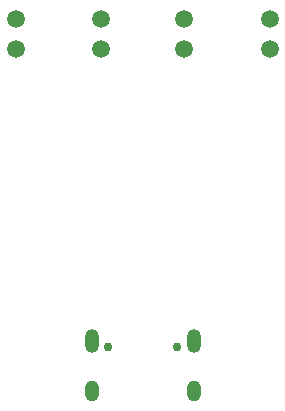
<source format=gbr>
%TF.GenerationSoftware,KiCad,Pcbnew,8.0.5*%
%TF.CreationDate,2024-10-13T16:03:52-04:00*%
%TF.ProjectId,KiCADWorkshopExample,4b694341-4457-46f7-926b-73686f704578,rev?*%
%TF.SameCoordinates,Original*%
%TF.FileFunction,Soldermask,Bot*%
%TF.FilePolarity,Negative*%
%FSLAX46Y46*%
G04 Gerber Fmt 4.6, Leading zero omitted, Abs format (unit mm)*
G04 Created by KiCad (PCBNEW 8.0.5) date 2024-10-13 16:03:52*
%MOMM*%
%LPD*%
G01*
G04 APERTURE LIST*
%ADD10C,0.750000*%
%ADD11O,1.200000X2.000000*%
%ADD12O,1.200000X1.800000*%
%ADD13C,1.520000*%
G04 APERTURE END LIST*
D10*
%TO.C,USBC1*%
X89600000Y-144737500D03*
X95400000Y-144737500D03*
D11*
X88170000Y-144237500D03*
X96830000Y-144237500D03*
D12*
X96830000Y-148417500D03*
X88170000Y-148417500D03*
%TD*%
D13*
%TO.C,LED4*%
X81750000Y-119500000D03*
X81750000Y-116960000D03*
%TD*%
%TO.C,LED2*%
X96000000Y-119520000D03*
X96000000Y-116980000D03*
%TD*%
%TO.C,LED3*%
X89000000Y-119520000D03*
X89000000Y-116980000D03*
%TD*%
%TO.C,LED1*%
X103250000Y-119520000D03*
X103250000Y-116980000D03*
%TD*%
M02*

</source>
